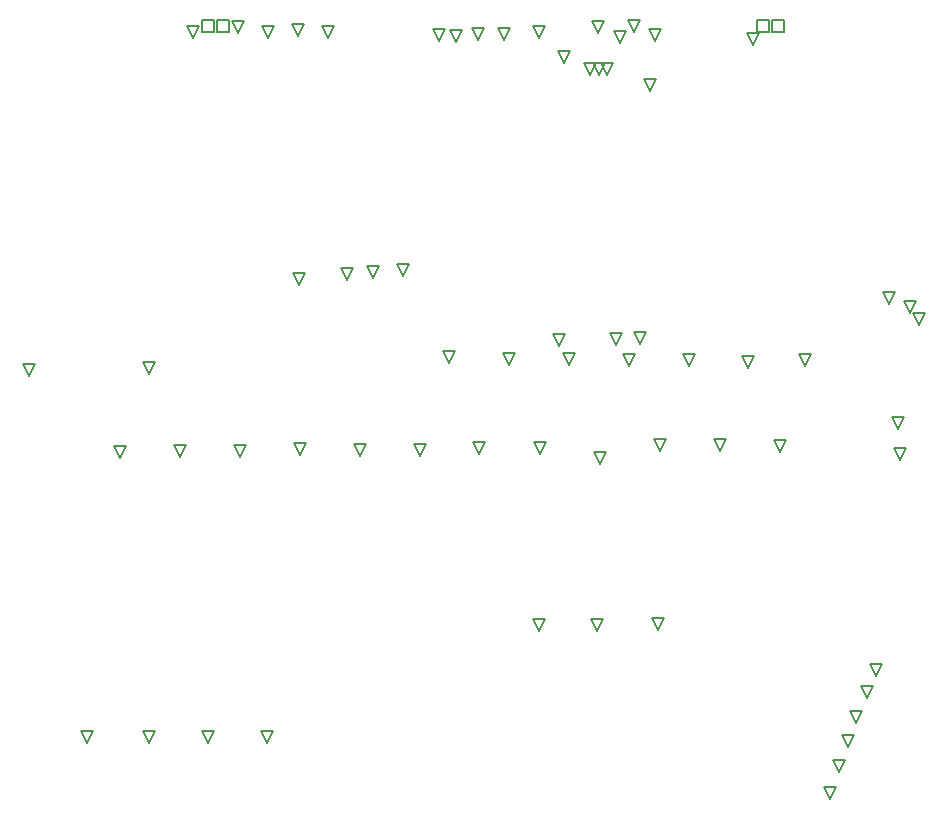
<source format=gbr>
%TF.GenerationSoftware,Altium Limited,Altium Designer,22.11.1 (43)*%
G04 Layer_Color=2752767*
%FSLAX45Y45*%
%MOMM*%
%TF.SameCoordinates,AD8EF09A-55C0-4CAF-97A9-B7ED8585E017*%
%TF.FilePolarity,Positive*%
%TF.FileFunction,Drawing*%
%TF.Part,Single*%
G01*
G75*
%TA.AperFunction,NonConductor*%
%ADD31C,0.12700*%
D31*
X7092900Y9409200D02*
Y9510800D01*
X7194500D01*
Y9409200D01*
X7092900D01*
X7060000Y9299200D02*
X7009200Y9400800D01*
X7110800D01*
X7060000Y9299200D01*
X6231889Y9334791D02*
X6181089Y9436391D01*
X6282689D01*
X6231889Y9334791D01*
X4550000Y9329200D02*
X4499200Y9430800D01*
X4600800D01*
X4550000Y9329200D01*
X4404800Y9338014D02*
X4354000Y9439614D01*
X4455600D01*
X4404800Y9338014D01*
X7862600Y3359200D02*
X7811800Y3460800D01*
X7913400D01*
X7862600Y3359200D01*
X8290000Y6049200D02*
X8239200Y6150800D01*
X8340800D01*
X8290000Y6049200D01*
X8102600Y3959200D02*
X8051800Y4060800D01*
X8153400D01*
X8102600Y3959200D01*
X6780000Y5859200D02*
X6729200Y5960800D01*
X6830800D01*
X6780000Y5859200D01*
X7219899Y9409201D02*
Y9510801D01*
X7321499D01*
Y9409201D01*
X7219899D01*
X8030000Y3769200D02*
X7979200Y3870800D01*
X8080800D01*
X8030000Y3769200D01*
X7936422Y3559736D02*
X7885622Y3661336D01*
X7987222D01*
X7936422Y3559736D01*
X7497400Y6581201D02*
X7446600Y6682801D01*
X7548200D01*
X7497400Y6581201D01*
X7710000Y2919200D02*
X7659200Y3020800D01*
X7760800D01*
X7710000Y2919200D01*
X7790000Y3149200D02*
X7739200Y3250800D01*
X7840800D01*
X7790000Y3149200D01*
X8470000Y6929200D02*
X8419200Y7030800D01*
X8520800D01*
X8470000Y6929200D01*
X8390000Y7029200D02*
X8339200Y7130800D01*
X8440800D01*
X8390000Y7029200D01*
X8210000Y7109200D02*
X8159200Y7210800D01*
X8260800D01*
X8210000Y7109200D01*
X8302000Y5787200D02*
X8251200Y5888800D01*
X8352800D01*
X8302000Y5787200D01*
X6051686Y9410186D02*
X6000886Y9511786D01*
X6102486D01*
X6051686Y9410186D01*
X5934965Y9321564D02*
X5884165Y9423164D01*
X5985765D01*
X5934965Y9321564D01*
X5739999Y4339199D02*
X5689199Y4440799D01*
X5790799D01*
X5739999Y4339199D01*
X2947004Y3389200D02*
X2896204Y3490800D01*
X2997804D01*
X2947004Y3389200D01*
X2450000D02*
X2399200Y3490800D01*
X2500800D01*
X2450000Y3389200D01*
X7286000Y5853200D02*
X7235200Y5954800D01*
X7336800D01*
X7286000Y5853200D01*
X1950000Y3389200D02*
X1899200Y3490800D01*
X2000800D01*
X1950000Y3389200D01*
X4238000Y5821200D02*
X4187200Y5922800D01*
X4288800D01*
X4238000Y5821200D01*
X4997999Y6591201D02*
X4947199Y6692801D01*
X5048799D01*
X4997999Y6591201D01*
X1420000Y3389200D02*
X1369200Y3490800D01*
X1470800D01*
X1420000Y3389200D01*
X6520000Y6579200D02*
X6469200Y6680800D01*
X6570800D01*
X6520000Y6579200D01*
X6190000Y8909200D02*
X6139200Y9010800D01*
X6240800D01*
X6190000Y8909200D01*
X6100000Y6769200D02*
X6049200Y6870800D01*
X6150800D01*
X6100000Y6769200D01*
X6270000Y5859200D02*
X6219200Y5960800D01*
X6320800D01*
X6270000Y5859200D01*
X6256199Y4348280D02*
X6205399Y4449880D01*
X6306999D01*
X6256199Y4348280D01*
X5900000Y6759200D02*
X5849200Y6860800D01*
X5950800D01*
X5900000Y6759200D01*
X6013999Y6585201D02*
X5963199Y6686801D01*
X6064799D01*
X6013999Y6585201D01*
X5826599Y9046600D02*
X5775799Y9148200D01*
X5877399D01*
X5826599Y9046600D01*
X5681399D02*
X5630599Y9148200D01*
X5732199D01*
X5681399Y9046600D01*
X5753999D02*
X5703199Y9148200D01*
X5804799D01*
X5753999Y9046600D01*
X5461601Y9148489D02*
X5410801Y9250089D01*
X5512401D01*
X5461601Y9148489D01*
X5420000Y6749200D02*
X5369200Y6850800D01*
X5470800D01*
X5420000Y6749200D01*
X5250000Y4339200D02*
X5199200Y4440800D01*
X5300800D01*
X5250000Y4339200D01*
X5745949Y9401403D02*
X5695149Y9503003D01*
X5796749D01*
X5745949Y9401403D01*
X5762000Y5753580D02*
X5711200Y5855180D01*
X5812800D01*
X5762000Y5753580D01*
X5505999Y6593201D02*
X5455199Y6694801D01*
X5556799D01*
X5505999Y6593201D01*
X5246948Y9359199D02*
X5196148Y9460799D01*
X5297748D01*
X5246948Y9359199D01*
X4100000Y7349200D02*
X4049200Y7450800D01*
X4150800D01*
X4100000Y7349200D01*
X3840000Y7329200D02*
X3789200Y7430800D01*
X3890800D01*
X3840000Y7329200D01*
X4950000Y9339200D02*
X4899200Y9440800D01*
X5000800D01*
X4950000Y9339200D01*
X7020000Y6569200D02*
X6969200Y6670800D01*
X7070800D01*
X7020000Y6569200D01*
X4730000Y9339200D02*
X4679200Y9440800D01*
X4780800D01*
X4730000Y9339200D01*
X5254000Y5835200D02*
X5203200Y5936800D01*
X5304800D01*
X5254000Y5835200D01*
X4740000Y5839200D02*
X4689200Y5940800D01*
X4790800D01*
X4740000Y5839200D01*
X3460699Y9359199D02*
X3409899Y9460799D01*
X3511499D01*
X3460699Y9359199D01*
X4489999Y6609199D02*
X4439199Y6710799D01*
X4540799D01*
X4489999Y6609199D01*
X3730000Y5817193D02*
X3679200Y5918793D01*
X3780800D01*
X3730000Y5817193D01*
X3620000Y7309200D02*
X3569200Y7410800D01*
X3670800D01*
X3620000Y7309200D01*
X3222000Y5827200D02*
X3171200Y5928800D01*
X3272800D01*
X3222000Y5827200D01*
X3206699Y9378571D02*
X3155899Y9480171D01*
X3257499D01*
X3206699Y9378571D01*
X3220000Y7269200D02*
X3169200Y7370800D01*
X3270800D01*
X3220000Y7269200D01*
X2952699Y9359199D02*
X2901899Y9460799D01*
X3003499D01*
X2952699Y9359199D01*
X2714000Y5815200D02*
X2663200Y5916800D01*
X2764800D01*
X2714000Y5815200D01*
X2206000Y5813200D02*
X2155200Y5914800D01*
X2256800D01*
X2206000Y5813200D01*
X1949999Y6519199D02*
X1899199Y6620799D01*
X2000799D01*
X1949999Y6519199D01*
X2698674Y9400546D02*
X2647874Y9502146D01*
X2749474D01*
X2698674Y9400546D01*
X1698000Y5807200D02*
X1647200Y5908800D01*
X1748800D01*
X1698000Y5807200D01*
X933999Y6495201D02*
X883199Y6596801D01*
X984799D01*
X933999Y6495201D01*
X2317699Y9359199D02*
X2266899Y9460799D01*
X2368499D01*
X2317699Y9359199D01*
X2393899Y9409201D02*
Y9510801D01*
X2495499D01*
Y9409201D01*
X2393899D01*
X2520899D02*
Y9510801D01*
X2622499D01*
Y9409201D01*
X2520899D01*
%TF.MD5,704e81e22319d7860f975845ea6e6dcc*%
M02*

</source>
